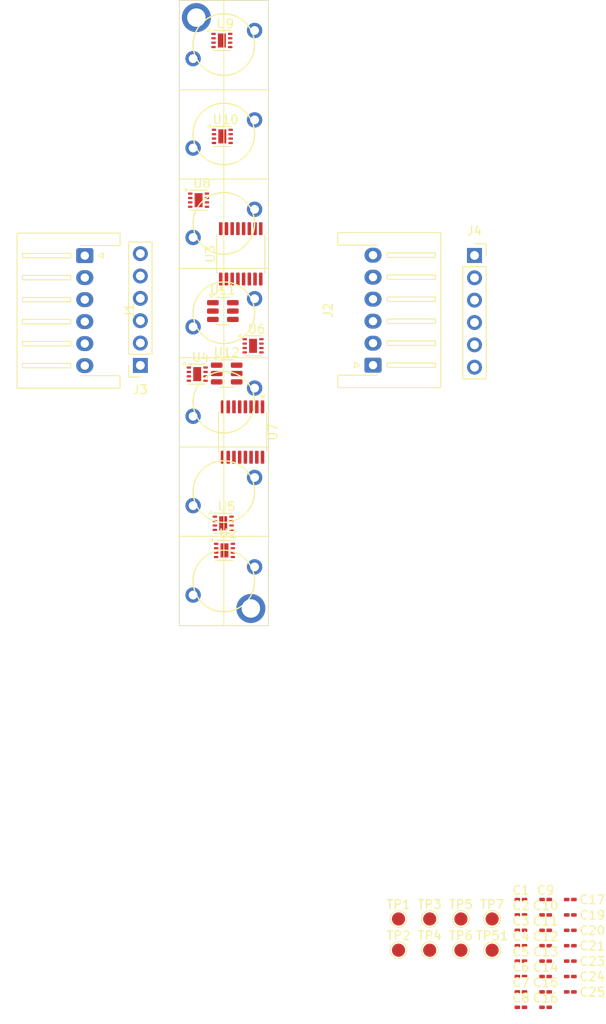
<source format=kicad_pcb>
(kicad_pcb (version 20240108) (generator "pcbnew") (generator_version "8.0")
  (layers (0 "F.Cu" signal) (31 "B.Cu" signal) (34 "B.Paste" user) (35 "F.Paste" user) (36 "B.SilkS" user "B.Silkscreen") (37 "F.SilkS" user "F.Silkscreen") (38 "B.Mask" user) (39 "F.Mask" user) (44 "Edge.Cuts" user))
  (net 0 "")
  (net 1 "VCC")
  (net 2 "VM")
  (net 3 "/SRCLK")
  (net 4 "/SLEEP")
  (net 5 "/SERIN")
  (net 6 "/LATCH")
  (net 7 "/SEROUT2")
  (net 8 "/SEROUT1")
  (net 9 "GND")
  (net 10 "Net-(U1D-a)")
  (net 11 "Net-(U1G-b)")
  (net 12 "Net-(U1B-b)")
  (net 13 "Net-(U1E-b)")
  (net 14 "Net-(U1A-b)")
  (net 15 "Net-(U1C-b)")
  (net 16 "Net-(U1C-a)")
  (net 17 "Net-(U1E-a)")
  (net 18 "Net-(U1A-a)")
  (net 19 "Net-(U10-OUT1)")
  (net 20 "Net-(U1D-b)")
  (net 21 "Net-(U1B-a)")
  (net 22 "Net-(U1G-a)")
  (net 23 "Net-(U10-OUT2)")
  (net 24 "Net-(U2-IN1)")
  (net 25 "Net-(U2-IN2)")
  (net 26 "Net-(U3-QG)")
  (net 27 "Net-(U3-QH)")
  (net 28 "Net-(U3-QF)")
  (net 29 "Net-(U3-QE)")
  (net 30 "Net-(U3-QC)")
  (net 31 "Net-(U3-QD)")
  (net 32 "Net-(U10-IN1)")
  (net 33 "Net-(U10-IN2)")
  (net 34 "Net-(U7-QF)")
  (net 36 "Net-(U7-QA)")
  (net 37 "Net-(U7-QE)")
  (net 38 "Net-(U7-QB)")
  (footprint "dot_flipper:7_flip_dots" (layer "F.Cu") (at 43.537001 87.465001 90)
    (property "Reference" "U1" (hide yes))
    (property "Value" "7_flip_dots" (hide yes))
    (fp_line (start -3.475 3.5) (end 67.575 3.5) (stroke (width 0.1)) (layer "F.SilkS"))
    (fp_rect (start 57.425 -1.575) (end 67.575 8.575) (stroke (width 0.1)) (fill none) (layer "F.SilkS"))
    (fp_rect (start 47.275 -1.575) (end 57.425 8.575) (stroke (width 0.1)) (fill none) (layer "F.SilkS"))
    (fp_rect (start 37.125 -1.575) (end 47.275 8.575) (stroke (width 0.1)) (fill none) (layer "F.SilkS"))
    (fp_rect (start 26.975 -1.575) (end 37.125 8.575) (stroke (width 0.1)) (fill none) (layer "F.SilkS"))
    (fp_rect (start 16.825 -1.575) (end 26.975 8.575) (stroke (width 0.1)) (fill none) (layer "F.SilkS"))
    (fp_rect (start 6.675 -1.575) (end 16.825 8.575) (stroke (width 0.1)) (fill none) (layer "F.SilkS"))
    (fp_rect (start -3.475 -1.575) (end 6.675 8.575) (stroke (width 0.1)) (fill none) (layer "F.SilkS"))
    (fp_circle (center 62.56 3.5) (end 66.06 3.5) (stroke (width 0.15)) (fill none) (layer "F.SilkS"))
    (fp_circle (center 52.4 3.5) (end 55.9 3.5) (stroke (width 0.15)) (fill none) (layer "F.SilkS"))
    (fp_circle (center 42.24 3.5) (end 45.74 3.5) (stroke (width 0.15)) (fill none) (layer "F.SilkS"))
    (fp_circle (center 32.08 3.5) (end 35.58 3.5) (stroke (width 0.15)) (fill none) (layer "F.SilkS"))
    (fp_circle (center 21.92 3.5) (end 25.42 3.5) (stroke (width 0.15)) (fill none) (layer "F.SilkS"))
    (fp_circle (center 11.76 3.5) (end 15.26 3.5) (stroke (width 0.15)) (fill none) (layer "F.SilkS"))
    (fp_circle (center 1.6 3.5) (end 5.1 3.5) (stroke (width 0.15)) (fill none) (layer "F.SilkS"))
    (pad "1-UA" thru_hole circle (at 0 0 90) (size 1.75 1.75) (drill 1) (layers "*.Cu" "*.Mask") (net 18 "Net-(U1A-a)"))
    (pad "1-UB" thru_hole circle (at 10.16 0 90) (size 1.75 1.75) (drill 1) (layers "*.Cu" "*.Mask") (net 21 "Net-(U1B-a)"))
    (pad "1-UC" thru_hole circle (at 20.32 0 90) (size 1.75 1.75) (drill 1) (layers "*.Cu" "*.Mask") (net 16 "Net-(U1C-a)"))
    (pad "1-UD" thru_hole circle (at 30.48 0 90) (size 1.75 1.75) (drill 1) (layers "*.Cu" "*.Mask") (net 10 "Net-(U1D-a)"))
    (pad "1-UE" thru_hole circle (at 40.64 0 90) (size 1.75 1.75) (drill 1) (layers "*.Cu" "*.Mask") (net 17 "Net-(U1E-a)"))
    (pad "1-UF" thru_hole circle (at 50.8 0 90) (size 1.75 1.75) (drill 1) (layers "*.Cu" "*.Mask") (net 23 "Net-(U10-OUT2)"))
    (pad "1-UG" thru_hole circle (at 60.96 0 90) (size 1.75 1.75) (drill 1) (layers "*.Cu" "*.Mask") (net 22 "Net-(U1G-a)"))
    (pad "2-UA" thru_hole circle (at 3.2 7 90) (size 1.75 1.75) (drill 1) (layers "*.Cu" "*.Mask") (net 14 "Net-(U1A-b)"))
    (pad "2-UB" thru_hole circle (at 13.36 7 90) (size 1.75 1.75) (drill 1) (layers "*.Cu" "*.Mask") (net 12 "Net-(U1B-b)"))
    (pad "2-UC" thru_hole circle (at 23.52 7 90) (size 1.75 1.75) (drill 1) (layers "*.Cu" "*.Mask") (net 15 "Net-(U1C-b)"))
    (pad "2-UD" thru_hole circle (at 33.68 7 90) (size 1.75 1.75) (drill 1) (layers "*.Cu" "*.Mask") (net 20 "Net-(U1D-b)"))
    (pad "2-UE" thru_hole circle (at 43.84 7 90) (size 1.75 1.75) (drill 1) (layers "*.Cu" "*.Mask") (net 13 "Net-(U1E-b)"))
    (pad "2-UF" thru_hole circle (at 54 7 90) (size 1.75 1.75) (drill 1) (layers "*.Cu" "*.Mask") (net 19 "Net-(U10-OUT1)"))
    (pad "2-UG" thru_hole circle (at 64.16 7 90) (size 1.75 1.75) (drill 1) (layers "*.Cu" "*.Mask") (net 11 "Net-(U1G-b)"))
  )
  (footprint "dot_flipper:MountingHole_2.2mm_M2_Pad_thin" (layer "F.Cu") (at 50.112001 88.990001)
    (property "Reference" "H1" (hide yes))
    (property "Value" "MountingHole_Pad")
    (pad "1" thru_hole circle (at 0 0) (size 3.3 3.3) (drill 2.1) (layers "*.Cu" "*.Mask") (net 9 "GND"))
  )
  (footprint "dot_flipper:MountingHole_2.2mm_M2_Pad_thin" (layer "F.Cu") (at 43.912001 21.840001)
    (property "Reference" "H2" (hide yes))
    (property "Value" "MountingHole_Pad")
    (pad "1" thru_hole circle (at 0 0) (size 3.3 3.3) (drill 2.1) (layers "*.Cu" "*.Mask") (net 9 "GND"))
  )
  (footprint "Capacitor_SMD:C_0201_0603Metric_Pad0.64x0.40mm_HandSolder" (layer "F.Cu") (at 80.844501 123.815001)
    (property "Reference" "C2" (at 0 -1.05 0) (layer "F.SilkS"))
    (property "Value" "100n/16V")
    (pad "1" smd roundrect (at -0.4075 0) (size 0.635 0.4) (layers "F.Cu" "F.Mask") (net 2 "VM"))
    (pad "2" smd roundrect (at 0.4075 0) (size 0.635 0.4) (layers "F.Cu" "F.Mask") (net 9 "GND"))
  )
  (footprint "TestPoint:TestPoint_Pad_D1.5mm" (layer "F.Cu") (at 66.914501 127.825001)
    (property "Reference" "TP2" (at 0 -1.648 0) (layer "F.SilkS"))
    (property "Value" "SLEEP")
    (fp_circle (center 0 0) (end 0 0.95) (stroke (width 0.12)) (fill none) (layer "F.SilkS"))
    (pad "1" smd circle (at 0 0) (size 1.5 1.5) (layers "F.Cu" "F.Mask") (net 4 "/SLEEP"))
  )
  (footprint "Package_TO_SOT_SMD:SOT-23-6" (layer "F.Cu") (at 46.924501 55.190001)
    (property "Reference" "U11" (at 0 -2.4 0) (layer "F.SilkS"))
    (property "Value" "CDSOT236-T05C")
    (fp_line (start 0 -1.56) (end -0.8 -1.56) (stroke (width 0.12)) (layer "F.SilkS"))
    (fp_line (start 0 -1.56) (end 0.8 -1.56) (stroke (width 0.12)) (layer "F.SilkS"))
    (fp_line (start 0 1.56) (end -0.8 1.56) (stroke (width 0.12)) (layer "F.SilkS"))
    (fp_line (start 0 1.56) (end 0.8 1.56) (stroke (width 0.12)) (layer "F.SilkS"))
    (fp_poly (pts (xy -1.3 -1.51) (xy -1.54 -1.84) (xy -1.06 -1.84) (xy -1.3 -1.51)) (stroke (width 0.12)) (fill solid) (layer "F.SilkS"))
    (pad "1" smd roundrect (at -1.1375 -0.95) (size 1.325 0.6) (layers "F.Cu" "F.Paste" "F.Mask") (net 5 "/SERIN"))
    (pad "2" smd roundrect (at -1.1375 0) (size 1.325 0.6) (layers "F.Cu" "F.Paste" "F.Mask") (net 9 "GND"))
    (pad "3" smd roundrect (at -1.1375 0.95) (size 1.325 0.6) (layers "F.Cu" "F.Paste" "F.Mask") (net 3 "/SRCLK"))
    (pad "4" smd roundrect (at 1.1375 0.95) (size 1.325 0.6) (layers "F.Cu" "F.Paste" "F.Mask") (net 6 "/LATCH"))
    (pad "5" smd roundrect (at 1.1375 0) (size 1.325 0.6) (layers "F.Cu" "F.Paste" "F.Mask") (net 1 "VCC"))
    (pad "6" smd roundrect (at 1.1375 -0.95) (size 1.325 0.6) (layers "F.Cu" "F.Paste" "F.Mask") (net 4 "/SLEEP"))
  )
  (footprint "Capacitor_SMD:C_0201_0603Metric_Pad0.64x0.40mm_HandSolder" (layer "F.Cu") (at 80.844501 130.815001)
    (property "Reference" "C6" (at 0 -1.05 0) (layer "F.SilkS"))
    (property "Value" "100n/16V")
    (pad "1" smd roundrect (at -0.4075 0) (size 0.635 0.4) (layers "F.Cu" "F.Mask") (net 2 "VM"))
    (pad "2" smd roundrect (at 0.4075 0) (size 0.635 0.4) (layers "F.Cu" "F.Mask") (net 9 "GND"))
  )
  (footprint "Connector_PinSocket_2.54mm:PinSocket_1x06_P2.54mm_Vertical" (layer "F.Cu") (at 37.537001 61.365001 180)
    (property "Reference" "J3" (at 0 -2.77 360) (layer "F.SilkS"))
    (property "Value" "Conn_01x06_Socket")
    (fp_line (start 1.33 1.27) (end 1.33 14.03) (stroke (width 0.12)) (layer "F.SilkS"))
    (fp_line (start 1.33 -1.33) (end 1.33 0) (stroke (width 0.12)) (layer "F.SilkS"))
    (fp_line (start 0 -1.33) (end 1.33 -1.33) (stroke (width 0.12)) (layer "F.SilkS"))
    (fp_line (start -1.33 14.03) (end 1.33 14.03) (stroke (width 0.12)) (layer "F.SilkS"))
    (fp_line (start -1.33 1.27) (end 1.33 1.27) (stroke (width 0.12)) (layer "F.SilkS"))
    (fp_line (start -1.33 1.27) (end -1.33 14.03) (stroke (width 0.12)) (layer "F.SilkS"))
    (pad "1" thru_hole rect (at 0 0 180) (size 1.7 1.7) (drill 1) (layers "*.Cu" "*.Mask") (net 9 "GND"))
    (pad "2" thru_hole oval (at 0 2.54 180) (size 1.7 1.7) (drill 1) (layers "*.Cu" "*.Mask") (net 4 "/SLEEP"))
    (pad "3" thru_hole oval (at 0 5.08 180) (size 1.7 1.7) (drill 1) (layers "*.Cu" "*.Mask") (net 6 "/LATCH"))
    (pad "4" thru_hole oval (at 0 7.62 180) (size 1.7 1.7) (drill 1) (layers "*.Cu" "*.Mask") (net 3 "/SRCLK"))
    (pad "5" thru_hole oval (at 0 10.16 180) (size 1.7 1.7) (drill 1) (layers "*.Cu" "*.Mask") (net 5 "/SERIN"))
    (pad "6" thru_hole oval (at 0 12.7 180) (size 1.7 1.7) (drill 1) (layers "*.Cu" "*.Mask") (net 1 "VCC"))
  )
  (footprint "TestPoint:TestPoint_Pad_D1.5mm" (layer "F.Cu") (at 70.464501 124.275001)
    (property "Reference" "TP3" (at 0 -1.648 0) (layer "F.SilkS"))
    (property "Value" "LATCH")
    (fp_circle (center 0 0) (end 0 0.95) (stroke (width 0.12)) (fill none) (layer "F.SilkS"))
    (pad "1" smd circle (at 0 0) (size 1.5 1.5) (layers "F.Cu" "F.Mask") (net 6 "/LATCH"))
  )
  (footprint "Capacitor_SMD:C_0201_0603Metric_Pad0.64x0.40mm_HandSolder" (layer "F.Cu") (at 80.844501 125.565001)
    (property "Reference" "C3" (at 0 -1.05 0) (layer "F.SilkS"))
    (property "Value" "100n")
    (pad "1" smd roundrect (at -0.4075 0) (size 0.635 0.4) (layers "F.Cu" "F.Mask") (net 1 "VCC"))
    (pad "2" smd roundrect (at 0.4075 0) (size 0.635 0.4) (layers "F.Cu" "F.Mask") (net 9 "GND"))
  )
  (footprint "Package_SON:WSON-8-1EP_2x2mm_P0.5mm_EP0.9x1.6mm" (layer "F.Cu") (at 46.862001 35.340001)
    (property "Reference" "U10" (at 0.38 -1.9 0) (layer "F.SilkS"))
    (property "Value" "DRV8837C")
    (fp_line (start -1.01 -1.14) (end 0.99 -1.14) (stroke (width 0.12)) (layer "F.SilkS"))
    (fp_line (start -1 1.14) (end 1 1.14) (stroke (width 0.12)) (layer "F.SilkS"))
    (fp_poly (pts (xy -1.37 -1.07) (xy -1.65 -1.07) (xy -1.37 -1.35) (xy -1.37 -1.07)) (stroke (width 0.12)) (fill solid) (layer "F.SilkS"))
    (pad "1" smd roundrect (at -0.95 -0.75) (size 0.5 0.25) (layers "F.Cu" "F.Paste" "F.Mask") (net 2 "VM"))
    (pad "2" smd roundrect (at -0.95 -0.25) (size 0.5 0.25) (layers "F.Cu" "F.Paste" "F.Mask") (net 19 "Net-(U10-OUT1)"))
    (pad "3" smd roundrect (at -0.95 0.25) (size 0.5 0.25) (layers "F.Cu" "F.Paste" "F.Mask") (net 23 "Net-(U10-OUT2)"))
    (pad "4" smd roundrect (at -0.95 0.75) (size 0.5 0.25) (layers "F.Cu" "F.Paste" "F.Mask") (net 9 "GND"))
    (pad "5" smd roundrect (at 0.95 0.75) (size 0.5 0.25) (layers "F.Cu" "F.Paste" "F.Mask") (net 33 "Net-(U10-IN2)"))
    (pad "6" smd roundrect (at 0.95 0.25) (size 0.5 0.25) (layers "F.Cu" "F.Paste" "F.Mask") (net 32 "Net-(U10-IN1)"))
    (pad "7" smd roundrect (at 0.95 -0.25) (size 0.5 0.25) (layers "F.Cu" "F.Paste" "F.Mask") (net 4 "/SLEEP"))
    (pad "8" smd roundrect (at 0.95 -0.75) (size 0.5 0.25) (layers "F.Cu" "F.Paste" "F.Mask") (net 1 "VCC"))
    (pad "9" smd rect (at 0 0) (size 0.9 1.6) (layers "F.Cu" "F.Mask") (net 9 "GND"))
  )
  (footprint "Capacitor_SMD:C_0201_0603Metric_Pad0.64x0.40mm_HandSolder" (layer "F.Cu") (at 83.654501 125.565001)
    (property "Reference" "C11" (at 0 -1.05 0) (layer "F.SilkS"))
    (property "Value" "100n/16V")
    (pad "1" smd roundrect (at -0.4075 0) (size 0.635 0.4) (layers "F.Cu" "F.Mask") (net 2 "VM"))
    (pad "2" smd roundrect (at 0.4075 0) (size 0.635 0.4) (layers "F.Cu" "F.Mask") (net 9 "GND"))
  )
  (footprint "Package_SO:TSSOP-16_4.4x5mm_P0.65mm" (layer "F.Cu") (at 49.162001 68.940001 -90)
    (property "Reference" "U7" (at 0 -3.45 90) (layer "F.SilkS"))
    (property "Value" "74HC595")
    (fp_line (start 0 2.735) (end -2.2 2.735) (stroke (width 0.12)) (layer "F.SilkS"))
    (fp_line (start 0 2.735) (end 2.2 2.735) (stroke (width 0.12)) (layer "F.SilkS"))
    (fp_line (start 0 -2.735) (end -2.2 -2.735) (stroke (width 0.12)) (layer "F.SilkS"))
    (fp_line (start 0 -2.735) (end 2.2 -2.735) (stroke (width 0.12)) (layer "F.SilkS"))
    (fp_poly (pts (xy -3.86 -2.275) (xy -4.19 -2.515) (xy -4.19 -2.035) (xy -3.86 -2.275)) (stroke (width 0.12)) (fill solid) (layer "F.SilkS"))
    (pad "1" smd roundrect (at -2.8625 -2.275 270) (size 1.475 0.4) (layers "F.Cu" "F.Paste" "F.Mask") (net 38 "Net-(U7-QB)"))
    (pad "2" smd roundrect (at -2.8625 -1.625 270) (size 1.475 0.4) (layers "F.Cu" "F.Paste" "F.Mask") (net 32 "Net-(U10-IN1)"))
    (pad "3" smd roundrect (at -2.8625 -0.975 270) (size 1.475 0.4) (layers "F.Cu" "F.Paste" "F.Mask") (net 33 "Net-(U10-IN2)"))
    (pad "4" smd roundrect (at -2.8625 -0.325 270) (size 1.475 0.4) (layers "F.Cu" "F.Paste" "F.Mask") (net 37 "Net-(U7-QE)"))
    (pad "5" smd roundrect (at -2.8625 0.325 270) (size 1.475 0.4) (layers "F.Cu" "F.Paste" "F.Mask") (net 34 "Net-(U7-QF)"))
    (pad "6" smd roundrect (at -2.8625 0.975 270) (size 1.475 0.4) (layers "F.Cu" "F.Paste" "F.Mask"))
    (pad "7" smd roundrect (at -2.8625 1.625 270) (size 1.475 0.4) (layers "F.Cu" "F.Paste" "F.Mask"))
    (pad "8" smd roundrect (at -2.8625 2.275 270) (size 1.475 0.4) (layers "F.Cu" "F.Paste" "F.Mask") (net 9 "GND"))
    (pad "9" smd roundrect (at 2.8625 2.275 270) (size 1.475 0.4) (layers "F.Cu" "F.Paste" "F.Mask") (net 7 "/SEROUT2"))
    (pad "10" smd roundrect (at 2.8625 1.625 270) (size 1.475 0.4) (layers "F.Cu" "F.Paste" "F.Mask") (net 1 "VCC"))
    (pad "11" smd roundrect (at 2.8625 0.975 270) (size 1.475 0.4) (layers "F.Cu" "F.Paste" "F.Mask") (net 3 "/SRCLK"))
    (pad "12" smd roundrect (at 2.8625 0.325 270) (size 1.475 0.4) (layers "F.Cu" "F.Paste" "F.Mask") (net 6 "/LATCH"))
    (pad "13" smd roundrect (at 2.8625 -0.325 270) (size 1.475 0.4) (layers "F.Cu" "F.Paste" "F.Mask") (net 4 "/SLEEP"))
    (pad "14" smd roundrect (at 2.8625 -0.975 270) (size 1.475 0.4) (layers "F.Cu" "F.Paste" "F.Mask") (net 8 "/SEROUT1"))
    (pad "15" smd roundrect (at 2.8625 -1.625 270) (size 1.475 0.4) (layers "F.Cu" "F.Paste" "F.Mask") (net 36 "Net-(U7-QA)"))
    (pad "16" smd roundrect (at 2.8625 -2.275 270) (size 1.475 0.4) (layers "F.Cu" "F.Paste" "F.Mask") (net 1 "VCC"))
  )
  (footprint "Capacitor_SMD:C_0201_0603Metric_Pad0.64x0.40mm_HandSolder" (layer "F.Cu") (at 86.464501 130.815001)
    (property "Reference" "C24" (at 2.4975 0.025 0) (layer "F.SilkS"))
    (property "Value" "10uF/16V")
    (pad "1" smd roundrect (at -0.4075 0) (size 0.635 0.4) (layers "F.Cu" "F.Mask") (net 2 "VM"))
    (pad "2" smd roundrect (at 0.4075 0) (size 0.635 0.4) (layers "F.Cu" "F.Mask") (net 9 "GND"))
  )
  (footprint "TestPoint:TestPoint_Pad_D1.5mm" (layer "F.Cu") (at 77.564501 124.275001)
    (property "Reference" "TP7" (at 0 -1.648 0) (layer "F.SilkS"))
    (property "Value" "GND")
    (fp_circle (center 0 0) (end 0 0.95) (stroke (width 0.12)) (fill none) (layer "F.SilkS"))
    (pad "1" smd circle (at 0 0) (size 1.5 1.5) (layers "F.Cu" "F.Mask") (net 9 "GND"))
  )
  (footprint "TestPoint:TestPoint_Pad_D1.5mm" (layer "F.Cu") (at 66.914501 124.275001)
    (property "Reference" "TP1" (at 0 -1.648 0) (layer "F.SilkS"))
    (property "Value" "SEROUT1")
    (fp_circle (center 0 0) (end 0 0.95) (stroke (width 0.12)) (fill none) (layer "F.SilkS"))
    (pad "1" smd circle (at 0 0) (size 1.5 1.5) (layers "F.Cu" "F.Mask") (net 8 "/SEROUT1"))
  )
  (footprint "Package_SO:TSSOP-16_4.4x5mm_P0.65mm" (layer "F.Cu") (at 48.962001 48.690001 90)
    (property "Reference" "U3" (at 0 -3.45 90) (layer "F.SilkS"))
    (property "Value" "74HC595")
    (fp_line (start 0 -2.735) (end 2.2 -2.735) (stroke (width 0.12)) (layer "F.SilkS"))
    (fp_line (start 0 -2.735) (end -2.2 -2.735) (stroke (width 0.12)) (layer "F.SilkS"))
    (fp_line (start 0 2.735) (end 2.2 2.735) (stroke (width 0.12)) (layer "F.SilkS"))
    (fp_line (start 0 2.735) (end -2.2 2.735) (stroke (width 0.12)) (layer "F.SilkS"))
    (fp_poly (pts (xy -3.86 -2.275) (xy -4.19 -2.515) (xy -4.19 -2.035) (xy -3.86 -2.275)) (stroke (width 0.12)) (fill solid) (layer "F.SilkS"))
    (pad "1" smd roundrect (at -2.8625 -2.275 90) (size 1.475 0.4) (layers "F.Cu" "F.Paste" "F.Mask") (net 25 "Net-(U2-IN2)"))
    (pad "2" smd roundrect (at -2.8625 -1.625 90) (size 1.475 0.4) (layers "F.Cu" "F.Paste" "F.Mask") (net 30 "Net-(U3-QC)"))
    (pad "3" smd roundrect (at -2.8625 -0.975 90) (size 1.475 0.4) (layers "F.Cu" "F.Paste" "F.Mask") (net 31 "Net-(U3-QD)"))
    (pad "4" smd roundrect (at -2.8625 -0.325 90) (size 1.475 0.4) (layers "F.Cu" "F.Paste" "F.Mask") (net 29 "Net-(U3-QE)"))
    (pad "5" smd roundrect (at -2.8625 0.325 90) (size 1.475 0.4) (layers "F.Cu" "F.Paste" "F.Mask") (net 28 "Net-(U3-QF)"))
    (pad "6" smd roundrect (at -2.8625 0.975 90) (size 1.475 0.4) (layers "F.Cu" "F.Paste" "F.Mask") (net 26 "Net-(U3-QG)"))
    (pad "7" smd roundrect (at -2.8625 1.625 90) (size 1.475 0.4) (layers "F.Cu" "F.Paste" "F.Mask") (net 27 "Net-(U3-QH)"))
    (pad "8" smd roundrect (at -2.8625 2.275 90) (size 1.475 0.4) (layers "F.Cu" "F.Paste" "F.Mask") (net 9 "GND"))
    (pad "9" smd roundrect (at 2.8625 2.275 90) (size 1.475 0.4) (layers "F.Cu" "F.Paste" "F.Mask") (net 8 "/SEROUT1"))
    (pad "10" smd roundrect (at 2.8625 1.625 90) (size 1.475 0.4) (layers "F.Cu" "F.Paste" "F.Mask") (net 1 "VCC"))
    (pad "11" smd roundrect (at 2.8625 0.975 90) (size 1.475 0.4) (layers "F.Cu" "F.Paste" "F.Mask") (net 3 "/SRCLK"))
    (pad "12" smd roundrect (at 2.8625 0.325 90) (size 1.475 0.4) (layers "F.Cu" "F.Paste" "F.Mask") (net 6 "/LATCH"))
    (pad "13" smd roundrect (at 2.8625 -0.325 90) (size 1.475 0.4) (layers "F.Cu" "F.Paste" "F.Mask") (net 4 "/SLEEP"))
    (pad "14" smd roundrect (at 2.8625 -0.975 90) (size 1.475 0.4) (layers "F.Cu" "F.Paste" "F.Mask") (net 5 "/SERIN"))
    (pad "15" smd roundrect (at 2.8625 -1.625 90) (size 1.475 0.4) (layers "F.Cu" "F.Paste" "F.Mask") (net 24 "Net-(U2-IN1)"))
    (pad "16" smd roundrect (at 2.8625 -2.275 90) (size 1.475 0.4) (layers "F.Cu" "F.Paste" "F.Mask") (net 1 "VCC"))
  )
  (footprint "Package_TO_SOT_SMD:SOT-23-6" (layer "F.Cu") (at 47.362001 62.290001)
    (property "Reference" "U12" (at 0 -2.4 0) (layer "F.SilkS"))
    (property "Value" "CDSOT236-T05C")
    (fp_line (start 0 -1.56) (end -0.8 -1.56) (stroke (width 0.12)) (layer "F.SilkS"))
    (fp_line (start 0 -1.56) (end 0.8 -1.56) (stroke (width 0.12)) (layer "F.SilkS"))
    (fp_line (start 0 1.56) (end -0.8 1.56) (stroke (width 0.12)) (layer "F.SilkS"))
    (fp_line (start 0 1.56) (end 0.8 1.56) (stroke (width 0.12)) (layer "F.SilkS"))
    (fp_poly (pts (xy -1.3 -1.51) (xy -1.54 -1.84) (xy -1.06 -1.84) (xy -1.3 -1.51)) (stroke (width 0.12)) (fill solid) (layer "F.SilkS"))
    (pad "1" smd roundrect (at -1.1375 -0.95) (size 1.325 0.6) (layers "F.Cu" "F.Paste" "F.Mask") (net 7 "/SEROUT2"))
    (pad "2" smd roundrect (at -1.1375 0) (size 1.325 0.6) (layers "F.Cu" "F.Paste" "F.Mask") (net 9 "GND"))
    (pad "3" smd roundrect (at -1.1375 0.95) (size 1.325 0.6) (layers "F.Cu" "F.Paste" "F.Mask") (net 3 "/SRCLK"))
    (pad "4" smd roundrect (at 1.1375 0.95) (size 1.325 0.6) (layers "F.Cu" "F.Paste" "F.Mask") (net 6 "/LATCH"))
    (pad "5" smd roundrect (at 1.1375 0) (size 1.325 0.6) (layers "F.Cu" "F.Paste" "F.Mask") (net 1 "VCC"))
    (pad "6" smd roundrect (at 1.1375 -0.95) (size 1.325 0.6) (layers "F.Cu" "F.Paste" "F.Mask") (net 4 "/SLEEP"))
  )
  (footprint "Capacitor_SMD:C_0201_0603Metric_Pad0.64x0.40mm_HandSolder" (layer "F.Cu") (at 86.464501 132.565001)
    (property "Reference" "C25" (at 2.4975 0.025 0) (layer "F.SilkS"))
    (property "Value" "10uF/16V")
    (pad "1" smd roundrect (at -0.4075 0) (size 0.635 0.4) (layers "F.Cu" "F.Mask") (net 2 "VM"))
    (pad "2" smd roundrect (at 0.4075 0) (size 0.635 0.4) (layers "F.Cu" "F.Mask") (net 9 "GND"))
  )
  (footprint "TestPoint:TestPoint_Pad_D1.5mm" (layer "F.Cu") (at 74.014501 127.825001)
    (property "Reference" "TP6" (at 0 -1.648 0) (layer "F.SilkS"))
    (property "Value" "VCC")
    (fp_circle (center 0 0) (end 0 0.95) (stroke (width 0.12)) (fill none) (layer "F.SilkS"))
    (pad "1" smd circle (at 0 0) (size 1.5 1.5) (layers "F.Cu" "F.Mask") (net 1 "VCC"))
  )
  (footprint "Package_SON:WSON-8-1EP_2x2mm_P0.5mm_EP0.9x1.6mm" (layer "F.Cu") (at 46.962001 79.307501)
    (property "Reference" "U5" (at 0.38 -1.9 0) (layer "F.SilkS"))
    (property "Value" "DRV8837C")
    (fp_line (start -1.01 -1.14) (end 0.99 -1.14) (stroke (width 0.12)) (layer "F.SilkS"))
    (fp_line (start -1 1.14) (end 1 1.14) (stroke (width 0.12)) (layer "F.SilkS"))
    (fp_poly (pts (xy -1.37 -1.07) (xy -1.65 -1.07) (xy -1.37 -1.35) (xy -1.37 -1.07)) (stroke (width 0.12)) (fill solid) (layer "F.SilkS"))
    (pad "1" smd roundrect (at -0.95 -0.75) (size 0.5 0.25) (layers "F.Cu" "F.Paste" "F.Mask") (net 2 "VM"))
    (pad "2" smd roundrect (at -0.95 -0.25) (size 0.5 0.25) (layers "F.Cu" "F.Paste" "F.Mask") (net 12 "Net-(U1B-b)"))
    (pad "3" smd roundrect (at -0.95 0.25) (size 0.5 0.25) (layers "F.Cu" "F.Paste" "F.Mask") (net 21 "Net-(U1B-a)"))
    (pad "4" smd roundrect (at -0.95 0.75) (size 0.5 0.25) (layers "F.Cu" "F.Paste" "F.Mask") (net 9 "GND"))
    (pad "5" smd roundrect (at 0.95 0.75) (size 0.5 0.25) (layers "F.Cu" "F.Paste" "F.Mask") (net 31 "Net-(U3-QD)"))
    (pad "6" smd roundrect (at 0.95 0.25) (size 0.5 0.25) (layers "F.Cu" "F.Paste" "F.Mask") (net 30 "Net-(U3-QC)"))
    (pad "7" smd roundrect (at 0.95 -0.25) (size 0.5 0.25) (layers "F.Cu" "F.Paste" "F.Mask") (net 4 "/SLEEP"))
    (pad "8" smd roundrect (at 0.95 -0.75) (size 0.5 0.25) (layers "F.Cu" "F.Paste" "F.Mask") (net 1 "VCC"))
    (pad "9" smd rect (at 0 0) (size 0.9 1.6) (layers "F.Cu" "F.Mask") (net 9 "GND"))
  )
  (footprint "Capacitor_SMD:C_0201_0603Metric_Pad0.64x0.40mm_HandSolder" (layer "F.Cu") (at 83.654501 129.065001)
    (property "Reference" "C13" (at 0 -1.05 0) (layer "F.SilkS"))
    (property "Value" "10uF/16V")
    (pad "1" smd roundrect (at -0.4075 0) (size 0.635 0.4) (layers "F.Cu" "F.Mask") (net 2 "VM"))
    (pad "2" smd roundrect (at 0.4075 0) (size 0.635 0.4) (layers "F.Cu" "F.Mask") (net 9 "GND"))
  )
  (footprint "Package_SON:WSON-8-1EP_2x2mm_P0.5mm_EP0.9x1.6mm" (layer "F.Cu") (at 44.162001 42.590001)
    (property "Reference" "U8" (at 0.38 -1.9 0) (layer "F.SilkS"))
    (property "Value" "DRV8837C")
    (fp_line (start -1.01 -1.14) (end 0.99 -1.14) (stroke (width 0.12)) (layer "F.SilkS"))
    (fp_line (start -1 1.14) (end 1 1.14) (stroke (width 0.12)) (layer "F.SilkS"))
    (fp_poly (pts (xy -1.37 -1.07) (xy -1.65 -1.07) (xy -1.37 -1.35) (xy -1.37 -1.07)) (stroke (width 0.12)) (fill solid) (layer "F.SilkS"))
    (pad "1" smd roundrect (at -0.95 -0.75) (size 0.5 0.25) (layers "F.Cu" "F.Paste" "F.Mask") (net 2 "VM"))
    (pad "2" smd roundrect (at -0.95 -0.25) (size 0.5 0.25) (layers "F.Cu" "F.Paste" "F.Mask") (net 13 "Net-(U1E-b)"))
    (pad "3" smd roundrect (at -0.95 0.25) (size 0.5 0.25) (layers "F.Cu" "F.Paste" "F.Mask") (net 17 "Net-(U1E-a)"))
    (pad "4" smd roundrect (at -0.95 0.75) (size 0.5 0.25) (layers "F.Cu" "F.Paste" "F.Mask") (net 9 "GND"))
    (pad "5" smd roundrect (at 0.95 0.75) (size 0.5 0.25) (layers "F.Cu" "F.Paste" "F.Mask") (net 38 "Net-(U7-QB)"))
    (pad "6" smd roundrect (at 0.95 0.25) (size 0.5 0.25) (layers "F.Cu" "F.Paste" "F.Mask") (net 36 "Net-(U7-QA)"))
    (pad "7" smd roundrect (at 0.95 -0.25) (size 0.5 0.25) (layers "F.Cu" "F.Paste" "F.Mask") (net 4 "/SLEEP"))
    (pad "8" smd roundrect (at 0.95 -0.75) (size 0.5 0.25) (layers "F.Cu" "F.Paste" "F.Mask") (net 1 "VCC"))
    (pad "9" smd rect (at 0 0) (size 0.9 1.6) (layers "F.Cu" "F.Mask") (net 9 "GND"))
  )
  (footprint "Capacitor_SMD:C_0201_0603Metric_Pad0.64x0.40mm_HandSolder" (layer "F.Cu") (at 83.654501 127.315001)
    (property "Reference" "C12" (at 0 -1.05 0) (layer "F.SilkS"))
    (property "Value" "10uF/16V")
    (pad "1" smd roundrect (at -0.4075 0) (size 0.635 0.4) (layers "F.Cu" "F.Mask") (net 2 "VM"))
    (pad "2" smd roundrect (at 0.4075 0) (size 0.635 0.4) (layers "F.Cu" "F.Mask") (net 9 "GND"))
  )
  (footprint "Capacitor_SMD:C_0201_0603Metric_Pad0.64x0.40mm_HandSolder" (layer "F.Cu") (at 83.654501 130.815001)
    (property "Reference" "C14" (at 0 -1.05 0) (layer "F.SilkS"))
    (property "Value" "100n")
    (pad "1" smd roundrect (at -0.4075 0) (size 0.635 0.4) (layers "F.Cu" "F.Mask") (net 1 "VCC"))
    (pad "2" smd roundrect (at 0.4075 0) (size 0.635 0.4) (layers "F.Cu" "F.Mask") (net 9 "GND"))
  )
  (footprint "Capacitor_SMD:C_0201_0603Metric_Pad0.64x0.40mm_HandSolder" (layer "F.Cu") (at 83.654501 122.065001)
    (property "Reference" "C9" (at 0 -1.05 0) (layer "F.SilkS"))
    (property "Value" "100n/16V")
    (pad "1" smd roundrect (at -0.4075 0) (size 0.635 0.4) (layers "F.Cu" "F.Mask") (net 1 "VCC"))
    (pad "2" smd roundrect (at 0.4075 0) (size 0.635 0.4) (layers "F.Cu" "F.Mask") (net 9 "GND"))
  )
  (footprint "Connector_PinSocket_2.54mm:PinSocket_1x06_P2.54mm_Vertical" (layer "F.Cu") (at 75.562001 48.870001)
    (property "Reference" "J4" (at 0 -2.77 0) (layer "F.SilkS"))
    (property "Value" "Conn_01x06_Socket")
    (fp_line (start -1.33 1.27) (end -1.33 14.03) (stroke (width 0.12)) (layer "F.SilkS"))
    (fp_line (start -1.33 1.27) (end 1.33 1.27) (stroke (width 0.12)) (layer "F.SilkS"))
    (fp_line (start -1.33 14.03) (end 1.33 14.03) (stroke (width 0.12)) (layer "F.SilkS"))
    (fp_line (start 0 -1.33) (end 1.33 -1.33) (stroke (width 0.12)) (layer "F.SilkS"))
    (fp_line (start 1.33 -1.33) (end 1.33 0) (stroke (width 0.12)) (layer "F.SilkS"))
    (fp_line (start 1.33 1.27) (end 1.33 14.03) (stroke (width 0.12)) (layer "F.SilkS"))
    (pad "1" thru_hole rect (at 0 0) (size 1.7 1.7) (drill 1) (layers "*.Cu" "*.Mask") (net 9 "GND"))
    (pad "2" thru_hole oval (at 0 2.54) (size 1.7 1.7) (drill 1) (layers "*.Cu" "*.Mask") (net 4 "/SLEEP"))
    (pad "3" thru_hole oval (at 0 5.08) (size 1.7 1.7) (drill 1) (layers "*.Cu" "*.Mask") (net 6 "/LATCH"))
    (pad "4" thru_hole oval (at 0 7.62) (size 1.7 1.7) (drill 1) (layers "*.Cu" "*.Mask") (net 3 "/SRCLK"))
    (pad "5" thru_hole oval (at 0 10.16) (size 1.7 1.7) (drill 1) (layers "*.Cu" "*.Mask") (net 7 "/SEROUT2"))
    (pad "6" thru_hole oval (at 0 12.7) (size 1.7 1.7) (drill 1) (layers "*.Cu" "*.Mask") (net 1 "VCC"))
  )
  (footprint "Capacitor_SMD:C_0201_0603Metric_Pad0.64x0.40mm_HandSolder" (layer "F.Cu") (at 83.654501 132.565001)
    (property "Reference" "C15" (at 0 -1.05 0) (layer "F.SilkS"))
    (property "Value" "100n/16V")
    (pad "1" smd roundrect (at -0.4075 0) (size 0.635 0.4) (layers "F.Cu" "F.Mask") (net 1 "VCC"))
    (pad "2" smd roundrect (at 0.4075 0) (size 0.635 0.4) (layers "F.Cu" "F.Mask") (net 9 "GND"))
  )
  (footprint "Capacitor_SMD:C_0201_0603Metric_Pad0.64x0.40mm_HandSolder" (layer "F.Cu") (at 80.844501 132.565001)
    (property "Reference" "C7" (at 0 -1.05 0) (layer "F.SilkS"))
    (property "Value" "10uF/16V")
    (pad "1" smd roundrect (at -0.4075 0) (size 0.635 0.4) (layers "F.Cu" "F.Mask") (net 2 "VM"))
    (pad "2" smd roundrect (at 0.4075 0) (size 0.635 0.4) (layers "F.Cu" "F.Mask") (net 9 "GND"))
  )
  (footprint "Connector_JST:JST_XH_S6B-XH-A-1_1x06_P2.50mm_Horizontal" (layer "F.Cu") (at 31.212001 48.890001 -90)
    (property "Reference" "J1" (at 6.25 -5.1 90) (layer "F.SilkS"))
    (property "Value" "Conn_01x06_Socket")
    (fp_line (start -2.56 7.71) (end -2.56 -4.01) (stroke (width 0.12)) (layer "F.SilkS"))
    (fp_line (start 6.25 7.71) (end -2.56 7.71) (stroke (width 0.12)) (layer "F.SilkS"))
    (fp_line (start 6.25 7.71) (end 15.06 7.71) (stroke (width 0.12)) (layer "F.SilkS"))
    (fp_line (start 15.06 7.71) (end 15.06 -4.01) (stroke (width 0.12)) (layer "F.SilkS"))
    (fp_line (start -0.25 7.1) (end 0.25 7.1) (stroke (width 0.12)) (layer "F.SilkS"))
    (fp_line (start 0.25 7.1) (end 0.25 1.6) (stroke (width 0.12)) (layer "F.SilkS"))
    (fp_line (start 2.25 7.1) (end 2.75 7.1) (stroke (width 0.12)) (layer "F.SilkS"))
    (fp_line (start 2.75 7.1) (end 2.75 1.6) (stroke (width 0.12)) (layer "F.SilkS"))
    (fp_line (start 4.75 7.1) (end 5.25 7.1) (stroke (width 0.12)) (layer "F.SilkS"))
    (fp_line (start 5.25 7.1) (end 5.25 1.6) (stroke (width 0.12)) (layer "F.SilkS"))
    (fp_line (start 7.25 7.1) (end 7.75 7.1) (stroke (width 0.12)) (layer "F.SilkS"))
    (fp_line (start 7.75 7.1) (end 7.75 1.6) (stroke (width 0.12)) (layer "F.SilkS"))
    (fp_line (start 9.75 7.1) (end 10.25 7.1) (stroke (width 0.12)) (layer "F.SilkS"))
    (fp_line (start 10.25 7.1) (end 10.25 1.6) (stroke (width 0.12)) (layer "F.SilkS"))
    (fp_line (start 12.25 7.1) (end 12.75 7.1) (stroke (width 0.12)) (layer "F.SilkS"))
    (fp_line (start 12.75 7.1) (end 12.75 1.6) (stroke (width 0.12)) (layer "F.SilkS"))
    (fp_line (start -0.25 1.6) (end -0.25 7.1) (stroke (width 0.12)) (layer "F.SilkS"))
    (fp_line (start 0.25 1.6) (end -0.25 1.6) (stroke (width 0.12)) (layer "F.SilkS"))
    (fp_line (start 2.25 1.6) (end 2.25 7.1) (stroke (width 0.12)) (layer "F.SilkS"))
    (fp_line (start 2.75 1.6) (end 2.25 1.6) (stroke (width 0.12)) (layer "F.SilkS"))
    (fp_line (start 4.75 1.6) (end 4.75 7.1) (stroke (width 0.12)) (layer "F.SilkS"))
    (fp_line (start 5.25 1.6) (end 4.75 1.6) (stroke (width 0.12)) (layer "F.SilkS"))
    (fp_line (start 7.25 1.6) (end 7.25 7.1) (stroke (width 0.12)) (layer "F.SilkS"))
    (fp_line (start 7.75 1.6) (end 7.25 1.6) (stroke (width 0.12)) (layer "F.SilkS"))
    (fp_line (start 9.75 1.6) (end 9.75 7.1) (stroke (width 0.12)) (layer "F.SilkS"))
    (fp_line (start 10.25 1.6) (end 9.75 1.6) (stroke (width 0.12)) (layer "F.SilkS"))
    (fp_line (start 12.25 1.6) (end 12.25 7.1) (stroke (width 0.12)) (layer "F.SilkS"))
    (fp_line (start 12.75 1.6) (end 12.25 1.6) (stroke (width 0.12)) (layer "F.SilkS"))
    (fp_line (start 0 -1.5) (end -0.3 -2.1) (stroke (width 0.12)) (layer "F.SilkS"))
    (fp_line (start -0.3 -2.1) (end 0.3 -2.1) (stroke (width 0.12)) (layer "F.SilkS"))
    (fp_line (start 0.3 -2.1) (end 0 -1.5) (stroke (width 0.12)) (layer "F.SilkS"))
    (fp_line (start -2.56 -4.01) (end -1.14 -4.01) (stroke (width 0.12)) (layer "F.SilkS"))
    (fp_line (start -1.14 -4.01) (end -1.14 0.49) (stroke (width 0.12)) (layer "F.SilkS"))
    (fp_line (start 13.64 -4.01) (end 13.64 0.49) (stroke (width 0.12)) (layer "F.SilkS"))
    (fp_line (start 15.06 -4.01) (end 13.64 -4.01) (stroke (width 0.12)) (layer "F.SilkS"))
    (pad "1" thru_hole roundrect (at 0 0 270) (size 1.7 1.95) (drill 0.95) (layers "*.Cu" "*.Mask") (roundrect_rratio 0.147059) (net 1 "VCC"))
    (pad "2" thru_hole oval (at 2.5 0 270) (size 1.7 1.95) (drill 0.95) (layers "*.Cu" "*.Mask") (net 5 "/SERIN"))
    (pad "3" thru_hole oval (at 5 0 270) (size 1.7 1.95) (drill 0.95) (layers "*.Cu" "*.Mask") (net 3 "/SRCLK"))
    (pad "4" thru_hole oval (at 7.5 0 270) (size 1.7 1.95) (drill 0.95) (layers "*.Cu" "*.Mask") (net 6 "/LATCH"))
    (pad "5" thru_hole oval (at 10 0 270) (size 1.7 1.95) (drill 0.95) (layers "*.Cu" "*.Mask") (net 4 "/SLEEP"))
    (pad "6" thru_hole oval (at 12.5 0 270) (size 1.7 1.95) (drill 0.95) (layers "*.Cu" "*.Mask") (net 9 "GND"))
  )
  (footprint "Capacitor_SMD:C_0201_0603Metric_Pad0.64x0.40mm_HandSolder" (layer "F.Cu") (at 80.844501 127.315001)
    (property "Reference" "C4" (at 0 -1.05 0) (layer "F.SilkS"))
    (property "Value" "10uF/16V")
    (pad "1" smd roundrect (at -0.4075 0) (size 0.635 0.4) (layers "F.Cu" "F.Mask") (net 2 "VM"))
    (pad "2" smd roundrect (at 0.4075 0) (size 0.635 0.4) (layers "F.Cu" "F.Mask") (net 9 "GND"))
  )
  (footprint "TestPoint:TestPoint_Pad_D1.5mm" (layer "F.Cu") (at 74.014501 124.275001)
    (property "Reference" "TP5" (at 0 -1.648 0) (layer "F.SilkS"))
    (property "Value" "SERIN")
    (fp_circle (center 0 0) (end 0 0.95) (stroke (width 0.12)) (fill none) (layer "F.SilkS"))
    (pad "1" smd circle (at 0 0) (size 1.5 1.5) (layers "F.Cu" "F.Mask") (net 5 "/SERIN"))
  )
  (footprint "Capacitor_SMD:C_0201_0603Metric_Pad0.64x0.40mm_HandSolder" (layer "F.Cu") (at 80.844501 122.065001)
    (property "Reference" "C1" (at 0 -1.05 0) (layer "F.SilkS"))
    (property "Value" "100n/16V")
    (pad "1" smd roundrect (at -0.4075 0) (size 0.635 0.4) (layers "F.Cu" "F.Mask") (net 1 "VCC"))
    (pad "2" smd roundrect (at 0.4075 0) (size 0.635 0.4) (layers "F.Cu" "F.Mask") (net 9 "GND"))
  )
  (footprint "Capacitor_SMD:C_0201_0603Metric_Pad0.64x0.40mm_HandSolder" (layer "F.Cu") (at 86.464501 122.065001)
    (property "Reference" "C17" (at 2.4975 0.025 0) (layer "F.SilkS"))
    (property "Value" "100n/16V")
    (pad "1" smd roundrect (at -0.4075 0) (size 0.635 0.4) (layers "F.Cu" "F.Mask") (net 1 "VCC"))
    (pad "2" smd roundrect (at 0.4075 0) (size 0.635 0.4) (layers "F.Cu" "F.Mask") (net 9 "GND"))
  )
  (footprint "Connector_JST:JST_XH_S6B-XH-A-1_1x06_P2.50mm_Horizontal" (layer "F.Cu") (at 64.012001 61.340001 90)
    (property "Reference" "J2" (at 6.25 -5.1 90) (layer "F.SilkS"))
    (property "Value" "Conn_01x06_Socket")
    (fp_line (start 15.06 -4.01) (end 13.64 -4.01) (stroke (width 0.12)) (layer "F.SilkS"))
    (fp_line (start 13.64 -4.01) (end 13.64 0.49) (stroke (width 0.12)) (layer "F.SilkS"))
    (fp_line (start -1.14 -4.01) (end -1.14 0.49) (stroke (width 0.12)) (layer "F.SilkS"))
    (fp_line (start -2.56 -4.01) (end -1.14 -4.01) (stroke (width 0.12)) (layer "F.SilkS"))
    (fp_line (start 0.3 -2.1) (end 0 -1.5) (stroke (width 0.12)) (layer "F.SilkS"))
    (fp_line (start -0.3 -2.1) (end 0.3 -2.1) (stroke (width 0.12)) (layer "F.SilkS"))
    (fp_line (start 0 -1.5) (end -0.3 -2.1) (stroke (width 0.12)) (layer "F.SilkS"))
    (fp_line (start 12.75 1.6) (end 12.25 1.6) (stroke (width 0.12)) (layer "F.SilkS"))
    (fp_line (start 12.25 1.6) (end 12.25 7.1) (stroke (width 0.12)) (layer "F.SilkS"))
    (fp_line (start 10.25 1.6) (end 9.75 1.6) (stroke (width 0.12)) (layer "F.SilkS"))
    (fp_line (start 9.75 1.6) (end 9.75 7.1) (stroke (width 0.12)) (layer "F.SilkS"))
    (fp_line (start 7.75 1.6) (end 7.25 1.6) (stroke (width 0.12)) (layer "F.SilkS"))
    (fp_line (start 7.25 1.6) (end 7.25 7.1) (stroke (width 0.12)) (layer "F.SilkS"))
    (fp_line (start 5.25 1.6) (end 4.75 1.6) (stroke (width 0.12)) (layer "F.SilkS"))
    (fp_line (start 4.75 1.6) (end 4.75 7.1) (stroke (width 0.12)) (layer "F.SilkS"))
    (fp_line (start 2.75 1.6) (end 2.25 1.6) (stroke (width 0.12)) (layer "F.SilkS"))
    (fp_line (start 2.25 1.6) (end 2.25 7.1) (stroke (width 0.12)) (layer "F.SilkS"))
    (fp_line (start 0.25 1.6) (end -0.25 1.6) (stroke (width 0.12)) (layer "F.SilkS"))
    (fp_line (start -0.25 1.6) (end -0.25 7.1) (stroke (width 0.12)) (layer "F.SilkS"))
    (fp_line (start 12.75 7.1) (end 12.75 1.6) (stroke (width 0.12)) (layer "F.SilkS"))
    (fp_line (start 12.25 7.1) (end 12.75 7.1) (stroke (width 0.12)) (layer "F.SilkS"))
    (fp_line (start 10.25 7.1) (end 10.25 1.6) (stroke (width 0.12)) (layer "F.SilkS"))
    (fp_line (start 9.75 7.1) (end 10.25 7.1) (stroke (width 0.12)) (layer "F.SilkS"))
    (fp_line (start 7.75 7.1) (end 7.75 1.6) (stroke (width 0.12)) (layer "F.SilkS"))
    (fp_line (start 7.25 7.1) (end 7.75 7.1) (stroke (width 0.12)) (layer "F.SilkS"))
    (fp_line (start 5.25 7.1) (end 5.25 1.6) (stroke (width 0.12)) (layer "F.SilkS"))
    (fp_line (start 4.75 7.1) (end 5.25 7.1) (stroke (width 0.12)) (layer "F.SilkS"))
    (fp_line (start 2.75 7.1) (end 2.75 1.6) (stroke (width 0.12)) (layer "F.SilkS"))
    (fp_line (start 2.25 7.1) (end 2.75 7.1) (stroke (width 0.12)) (layer "F.SilkS"))
    (fp_line (start 0.25 7.1) (end 0.25 1.6) (stroke (width 0.12)) (layer "F.SilkS"))
    (fp_line (start -0.25 7.1) (end 0.25 7.1) (stroke (width 0.12)) (layer "F.SilkS"))
    (fp_line (start 15.06 7.71) (end 15.06 -4.01) (stroke (width 0.12)) (layer "F.SilkS"))
    (fp_line (start 6.25 7.71) (end 15.06 7.71) (stroke (width 0.12)) (layer "F.SilkS"))
    (fp_line (start 6.25 7.71) (end -2.56 7.71) (stroke (width 0.12)) (layer "F.SilkS"))
    (fp_line (start -2.56 7.71) (end -2.56 -4.01) (stroke (width 0.12)) (layer "F.SilkS"))
    (pad "1" thru_hole roundrect (at 0 0 90) (size 1.7 1.95) (drill 0.95) (layers "*.Cu" "*.Mask") (roundrect_rratio 0.147059) (net 1 "VCC"))
    (pad "2" thru_hole oval (at 2.5 0 90) (size 1.7 1.95) (drill 0.95) (layers "*.Cu" "*.Mask") (net 7 "/SEROUT2"))
    (pad "3" thru_hole oval (at 5 0 90) (size 1.7 1.95) (drill 0.95) (layers "*.Cu" "*.Mask") (net 3 "/SRCLK"))
    (pad "4" thru_hole oval (at 7.5 0 90) (size 1.7 1.95) (drill 0.95) (layers "*.Cu" "*.Mask") (net 6 "/LATCH"))
    (pad "5" thru_hole oval (at 10 0 90) (size 1.7 1.95) (drill 0.95) (layers "*.Cu" "*.Mask") (net 4 "/SLEEP"))
    (pad "6" thru_hole oval (at 12.5 0 90) (size 1.7 1.95) (drill 0.95) (layers "*.Cu" "*.Mask") (net 9 "GND"))
  )
  (footprint "Package_SON:WSON-8-1EP_2x2mm_P0.5mm_EP0.9x1.6mm" (layer "F.Cu") (at 44.004501 62.357501)
    (property "Reference" "U4" (at 0.38 -1.9 0) (layer "F.SilkS"))
    (property "Value" "DRV8837C")
    (fp_line (start -1.01 -1.14) (end 0.99 -1.14) (stroke (width 0.12)) (layer "F.SilkS"))
    (fp_line (start -1 1.14) (end 1 1.14) (stroke (width 0.12)) (layer "F.SilkS"))
    (fp_poly (pts (xy -1.37 -1.07) (xy -1.65 -1.07) (xy -1.37 -1.35) (xy -1.37 -1.07)) (stroke (width 0.12)) (fill solid) (layer "F.SilkS"))
    (pad "1" smd roundrect (at -0.95 -0.75) (size 0.5 0.25) (layers "F.Cu" "F.Paste" "F.Mask") (net 2 "VM"))
    (pad "2" smd roundrect (at -0.95 -0.25) (size 0.5 0.25) (layers "F.Cu" "F.Paste" "F.Mask") (net 15 "Net-(U1C-b)"))
    (pad "3" smd roundrect (at -0.95 0.25) (size 0.5 0.25) (layers "F.Cu" "F.Paste" "F.Mask") (net 16 "Net-(U1C-a)"))
    (pad "4" smd roundrect (at -0.95 0.75) (size 0.5 0.25) (layers "F.Cu" "F.Paste" "F.Mask") (net 9 "GND"))
    (pad "5" smd roundrect (at 0.95 0.75) (size 0.5 0.25) (layers "F.Cu" "F.Paste" "F.Mask") (net 28 "Net-(U3-QF)"))
    (pad "6" smd roundrect (at 0.95 0.25) (size 0.5 0.25) (layers "F.Cu" "F.Paste" "F.Mask") (net 29 "Net-(U3-QE)"))
    (pad "7" smd roundrect (at 0.95 -0.25) (size 0.5 0.25) (layers "F.Cu" "F.Paste" "F.Mask") (net 4 "/SLEEP"))
    (pad "8" smd roundrect (at 0.95 -0.75) (size 0.5 0.25) (layers "F.Cu" "F.Paste" "F.Mask") (net 1 "VCC"))
    (pad "9" smd rect (at 0 0) (size 0.9 1.6) (layers "F.Cu" "F.Mask") (net 9 "GND"))
  )
  (footprint "Capacitor_SMD:C_0201_0603Metric_Pad0.64x0.40mm_HandSolder" (layer "F.Cu") (at 83.654501 134.315001)
    (property "Reference" "C16" (at 0 -1.05 0) (layer "F.SilkS"))
    (property "Value" "100n/16V")
    (pad "1" smd roundrect (at -0.4075 0) (size 0.635 0.4) (layers "F.Cu" "F.Mask") (net 1 "VCC"))
    (pad "2" smd roundrect (at 0.4075 0) (size 0.635 0.4) (layers "F.Cu" "F.Mask") (net 9 "GND"))
  )
  (footprint "Capacitor_SMD:C_0201_0603Metric_Pad0.64x0.40mm_HandSolder" (layer "F.Cu") (at 86.464501 129.065001)
    (property "Reference" "C23" (at 2.4975 0.025 0) (layer "F.SilkS"))
    (property "Value" "10uF/16V")
    (pad "1" smd roundrect (at -0.4075 0) (size 0.635 0.4) (layers "F.Cu" "F.Mask") (net 2 "VM"))
    (pad "2" smd roundrect (at 0.4075 0) (size 0.635 0.4) (layers "F.Cu" "F.Mask") (net 9 "GND"))
  )
  (footprint "Package_SON:WSON-8-1EP_2x2mm_P0.5mm_EP0.9x1.6mm" (layer "F.Cu") (at 47.112001 82.390001)
    (property "Reference" "U2" (at 0.38 -1.9 0) (layer "F.SilkS"))
    (property "Value" "DRV8837C")
    (fp_line (start -1.01 -1.14) (end 0.99 -1.14) (stroke (width 0.12)) (layer "F.SilkS"))
    (fp_line (start -1 1.14) (end 1 1.14) (stroke (width 0.12)) (layer "F.SilkS"))
    (fp_poly (pts (xy -1.37 -1.07) (xy -1.65 -1.07) (xy -1.37 -1.35) (xy -1.37 -1.07)) (stroke (width 0.12)) (fill solid) (layer "F.SilkS"))
    (pad "1" smd roundrect (at -0.95 -0.75) (size 0.5 0.25) (layers "F.Cu" "F.Paste" "F.Mask") (net 2 "VM"))
    (pad "2" smd roundrect (at -0.95 -0.25) (size 0.5 0.25) (layers "F.Cu" "F.Paste" "F.Mask") (net 14 "Net-(U1A-b)"))
    (pad "3" smd roundrect (at -0.95 0.25) (size 0.5 0.25) (layers "F.Cu" "F.Paste" "F.Mask") (net 18 "Net-(U1A-a)"))
    (pad "4" smd roundrect (at -0.95 0.75) (size 0.5 0.25) (layers "F.Cu" "F.Paste" "F.Mask") (net 9 "GND"))
    (pad "5" smd roundrect (at 0.95 0.75) (size 0.5 0.25) (layers "F.Cu" "F.Paste" "F.Mask") (net 25 "Net-(U2-IN2)"))
    (pad "6" smd roundrect (at 0.95 0.25) (size 0.5 0.25) (layers "F.Cu" "F.Paste" "F.Mask") (net 24 "Net-(U2-IN1)"))
    (pad "7" smd roundrect (at 0.95 -0.25) (size 0.5 0.25) (layers "F.Cu" "F.Paste" "F.Mask") (net 4 "/SLEEP"))
    (pad "8" smd roundrect (at 0.95 -0.75) (size 0.5 0.25) (layers "F.Cu" "F.Paste" "F.Mask") (net 1 "VCC"))
    (pad "9" smd rect (at 0 0) (size 0.9 1.6) (layers "F.Cu" "F.Mask") (net 9 "GND"))
  )
  (footprint "TestPoint:TestPoint_Pad_D1.5mm" (layer "F.Cu") (at 70.464501 127.825001)
    (property "Reference" "TP4" (at 0 -1.648 0) (layer "F.SilkS"))
    (property "Value" "SRCLK")
    (fp_circle (center 0 0) (end 0 0.95) (stroke (width 0.12)) (fill none) (layer "F.SilkS"))
    (pad "1" smd circle (at 0 0) (size 1.5 1.5) (layers "F.Cu" "F.Mask") (net 3 "/SRCLK"))
  )
  (footprint "Package_SON:WSON-8-1EP_2x2mm_P0.5mm_EP0.9x1.6mm" (layer "F.Cu") (at 50.362001 59.140001)
    (property "Reference" "U6" (at 0.38 -1.9 0) (layer "F.SilkS"))
    (property "Value" "DRV8837C")
    (fp_line (start -1.01 -1.14) (end 0.99 -1.14) (stroke (width 0.12)) (layer "F.SilkS"))
    (fp_line (start -1 1.14) (end 1 1.14) (stroke (width 0.12)) (layer "F.SilkS"))
    (fp_poly (pts (xy -1.37 -1.07) (xy -1.65 -1.07) (xy -1.37 -1.35) (xy -1.37 -1.07)) (stroke (width 0.12)) (fill solid) (layer "F.SilkS"))
    (pad "1" smd roundrect (at -0.95 -0.75) (size 0.5 0.25) (layers "F.Cu" "F.Paste" "F.Mask") (net 2 "VM"))
    (pad "2" smd roundrect (at -0.95 -0.25) (size 0.5 0.25) (layers "F.Cu" "F.Paste" "F.Mask") (net 20 "Net-(U1D-b)"))
    (pad "3" smd roundrect (at -0.95 0.25) (size 0.5 0.25) (layers "F.Cu" "F.Paste" "F.Mask") (net 10 "Net-(U1D-a)"))
    (pad "4" smd roundrect (at -0.95 0.75) (size 0.5 0.25) (layers "F.Cu" "F.Paste" "F.Mask") (net 9 "GND"))
    (pad "5" smd roundrect (at 0.95 0.75) (size 0.5 0.25) (layers "F.Cu" "F.Paste" "F.Mask") (net 27 "Net-(U3-QH)"))
    (pad "6" smd roundrect (at 0.95 0.25) (size 0.5 0.25) (layers "F.Cu" "F.Paste" "F.Mask") (net 26 "Net-(U3-QG)"))
    (pad "7" smd roundrect (at 0.95 -0.25) (size 0.5 0.25) (layers "F.Cu" "F.Paste" "F.Mask") (net 4 "/SLEEP"))
    (pad "8" smd roundrect (at 0.95 -0.75) (size 0.5 0.25) (layers "F.Cu" "F.Paste" "F.Mask") (net 1 "VCC"))
    (pad "9" smd rect (at 0 0) (size 0.9 1.6) (layers "F.Cu" "F.Mask") (net 9 "GND"))
  )
  (footprint "Capacitor_SMD:C_0201_0603Metric_Pad0.64x0.40mm_HandSolder" (layer "F.Cu") (at 80.844501 129.065001)
    (property "Reference" "C5" (at 0 -1.05 0) (layer "F.SilkS"))
    (property "Value" "100n/16V")
    (pad "1" smd roundrect (at -0.4075 0) (size 0.635 0.4) (layers "F.Cu" "F.Mask") (net 1 "VCC"))
    (pad "2" smd roundrect (at 0.4075 0) (size 0.635 0.4) (layers "F.Cu" "F.Mask") (net 9 "GND"))
  )
  (footprint "TestPoint:TestPoint_Pad_D1.5mm" (layer "F.Cu") (at 77.564501 127.825001)
    (property "Reference" "TP51" (at 0 -1.648 0) (layer "F.SilkS"))
    (property "Value" "SEROUT2")
    (fp_circle (center 0 0) (end 0 0.95) (stroke (width 0.12)) (fill none) (layer "F.SilkS"))
    (pad "1" smd circle (at 0 0) (size 1.5 1.5) (layers "F.Cu" "F.Mask") (net 7 "/SEROUT2"))
  )
  (footprint "Capacitor_SMD:C_0201_0603Metric_Pad0.64x0.40mm_HandSolder" (layer "F.Cu") (at 86.464501 123.815001)
    (property "Reference" "C19" (at 2.4975 0.025 0) (layer "F.SilkS"))
    (property "Value" "100n/16V")
    (pad "1" smd roundrect (at -0.4075 0) (size 0.635 0.4) (layers "F.Cu" "F.Mask") (net 2 "VM"))
    (pad "2" smd roundrect (at 0.4075 0) (size 0.635 0.4) (layers "F.Cu" "F.Mask") (net 9 "GND"))
  )
  (footprint "Capacitor_SMD:C_0201_0603Metric_Pad0.64x0.40mm_HandSolder" (layer "F.Cu") (at 83.654501 123.815001)
    (property "Reference" "C10" (at 0 -1.05 0) (layer "F.SilkS"))
    (property "Value" "100n/16V")
    (pad "1" smd roundrect (at -0.4075 0) (size 0.635 0.4) (layers "F.Cu" "F.Mask") (net 2 "VM"))
    (pad "2" smd roundrect (at 0.4075 0) (size 0.635 0.4) (layers "F.Cu" "F.Mask") (net 9 "GND"))
  )
  (footprint "Capacitor_SMD:C_0201_0603Metric_Pad0.64x0.40mm_HandSolder" (layer "F.Cu") (at 86.464501 127.315001)
    (property "Reference" "C21" (at 2.4975 0.025 0) (layer "F.SilkS"))
    (property "Value" "100n/16V")
    (pad "1" smd roundrect (at -0.4075 0) (size 0.635 0.4) (layers "F.Cu" "F.Mask") (net 2 "VM"))
    (pad "2" smd roundrect (at 0.4075 0) (size 0.635 0.4) (layers "F.Cu" "F.Mask") (net 9 "GND"))
  )
  (footprint "Package_SON:WSON-8-1EP_2x2mm_P0.5mm_EP0.9x1.6mm" (layer "F.Cu") (at 46.812001 24.440001)
    (property "Reference" "U9" (at 0.38 -1.9 0) (layer "F.SilkS"))
    (property "Value" "DRV8837C")
    (fp_line (start -1.01 -1.14) (end 0.99 -1.14) (stroke (width 0.12)) (layer "F.SilkS"))
    (fp_line (start -1 1.14) (end 1 1.14) (stroke (width 0.12)) (layer "F.SilkS"))
    (fp_poly (pts (xy -1.37 -1.07) (xy -1.65 -1.07) (xy -1.37 -1.35) (xy -1.37 -1.07)) (stroke (width 0.12)) (fill solid) (layer "F.SilkS"))
    (pad "1" smd roundrect (at -0.95 -0.75) (size 0.5 0.25) (layers "F.Cu" "F.Paste" "F.Mask") (net 2 "VM"))
    (pad "2" smd roundrect (at -0.95 -0.25) (size 0.5 0.25) (layers "F.Cu" "F.Paste" "F.Mask") (net 11 "Net-(U1G-b)"))
    (pad "3" smd roundrect (at -0.95 0.25) (size 0.5 0.25) (layers "F.Cu" "F.Paste" "F.Mask") (net 22 "Net-(U1G-a)"))
    (pad "4" smd roundrect (at -0.95 0.75) (size 0.5 0.25) (layers "F.Cu" "F.Paste" "F.Mask") (net 9 "GND"))
    (pad "5" smd roundrect (at 0.95 0.75) (size 0.5 0.25) (layers "F.Cu" "F.Paste" "F.Mask") (net 34 "Net-(U7-QF)"))
    (pad "6" smd roundrect (at 0.95 0.25) (size 0.5 0.25) (layers "F.Cu" "F.Paste" "F.Mask") (net 37 "Net-(U7-QE)"))
    (pad "7" smd roundrect (at 0.95 -0.25) (size 0.5 0.25) (layers "F.Cu" "F.Paste" "F.Mask") (net 4 "/SLEEP"))
    (pad "8" smd roundrect (at 0.95 -0.75) (size 0.5 0.25) (layers "F.Cu" "F.Paste" "F.Mask") (net 1 "VCC"))
    (pad "9" smd rect (at 0 0) (size 0.9 1.6) (layers "F.Cu" "F.Mask") (net 9 "GND"))
  )
  (footprint "Capacitor_SMD:C_0201_0603Metric_Pad0.64x0.40mm_HandSolder" (layer "F.Cu") (at 86.464501 125.565001)
    (property "Reference" "C20" (at 2.4975 0.025 0) (layer "F.SilkS"))
    (property "Value" "100n/16V")
    (pad "1" smd roundrect (at -0.4075 0) (size 0.635 0.4) (layers "F.Cu" "F.Mask") (net 2 "VM"))
    (pad "2" smd roundrect (at 0.4075 0) (size 0.635 0.4) (layers "F.Cu" "F.Mask") (net 9 "GND"))
  )
  (footprint "Capacitor_SMD:C_0201_0603Metric_Pad0.64x0.40mm_HandSolder" (layer "F.Cu") (at 80.844501 134.315001)
    (property "Reference" "C8" (at 0 -1.05 0) (layer "F.SilkS"))
    (property "Value" "100n/16V")
    (pad "1" smd roundrect (at -0.4075 0) (size 0.635 0.4) (layers "F.Cu" "F.Mask") (net 1 "VCC"))
    (pad "2" smd roundrect (at 0.4075 0) (size 0.635 0.4) (layers "F.Cu" "F.Mask") (net 9 "GND"))
  )
  (gr_rect (start 41.962001 19.890001) (end 52.122001 90.940001) (stroke (width 0.05)) (fill none) (layer "Edge.Cuts"))
)
</source>
